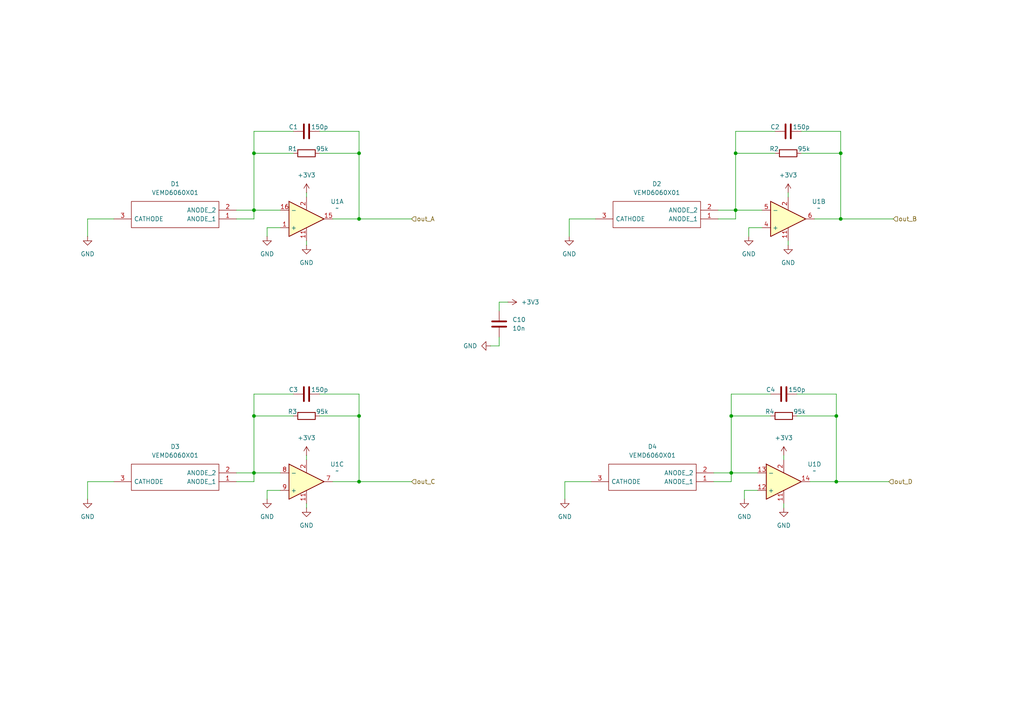
<source format=kicad_sch>
(kicad_sch (version 20231120) (generator "eeschema") (generator_version "8.0")
  (paper "A4")
  (title_block (company "SpaceLab UFSC"))
  (lib_symbols
    (symbol "Device:C" (pin_numbers hide) (pin_names (offset 0.254))
      (property "Reference" "C" (at 0.635 2.54 0))
      (property "Value" "C" (at 0.635 -2.54 0))
      (symbol "C_0_1"
        (polyline (pts (xy -2.032 -0.762) (xy 2.032 -0.762)) (stroke (width 0.508)))
        (polyline (pts (xy -2.032 0.762) (xy 2.032 0.762)) (stroke (width 0.508)))
      )
      (symbol "C_1_1"
        (pin passive line (at 0 3.81 270) (length 2.794) (name "~") (number "1"))
        (pin passive line (at 0 -3.81 90) (length 2.794) (name "~") (number "2"))
      )
    )
    (symbol "Device:R" (pin_numbers hide) (pin_names (offset 0))
      (property "Reference" "R" (at 2.032 0 90))
      (property "Value" "R" (at 0 0 90))
      (symbol "R_0_1"
        (rectangle (start -1.016 -2.54) (end 1.016 2.54) (stroke (width 0.254)))
      )
      (symbol "R_1_1"
        (pin passive line (at 0 3.81 270) (length 1.27) (name "~") (number "1"))
        (pin passive line (at 0 -3.81 90) (length 1.27) (name "~") (number "2"))
      )
    )
    (symbol "OA4MPA33Q:OA4MPA33Q"
      (property "Reference" "U" (at -2.032 2.286 0))
      (symbol "OA4MPA33Q_1_1"
        (polyline (pts (xy -2.54 0) (xy 7.62 -5.08) (xy -2.54 -10.16) (xy -2.54 0)) (stroke (width 0.254)) (fill (type background)))
        (pin input line (at -5.08 -7.62 0) (length 2.54) (name "+") (number "1"))
        (pin passive line (at 2.54 -11.43 90) (length 3.81) (name "~") (number "11"))
        (pin output line (at 10.16 -5.08 180) (length 2.54) (name "") (number "15"))
        (pin input line (at -5.08 -2.54 0) (length 2.54) (name "-") (number "16"))
        (pin passive line (at 2.54 1.27 270) (length 3.81) (name "~") (number "2"))
      )
      (symbol "OA4MPA33Q_2_1"
        (polyline (pts (xy -2.54 0) (xy 7.62 -5.08) (xy -2.54 -10.16) (xy -2.54 0)) (stroke (width 0.254)) (fill (type background)))
        (pin passive line (at 2.54 -11.43 90) (length 3.81) (name "~") (number "11"))
        (pin passive line (at 2.54 1.27 270) (length 3.81) (name "~") (number "2"))
        (pin input line (at -5.08 -7.62 0) (length 2.54) (name "+") (number "4"))
        (pin input line (at -5.08 -2.54 0) (length 2.54) (name "-") (number "5"))
        (pin output line (at 10.16 -5.08 180) (length 2.54) (name "") (number "6"))
      )
      (symbol "OA4MPA33Q_3_1"
        (polyline (pts (xy -2.54 0) (xy 7.62 -5.08) (xy -2.54 -10.16) (xy -2.54 0)) (stroke (width 0.254)) (fill (type background)))
        (pin passive line (at 2.54 -11.43 90) (length 3.81) (name "~") (number "11"))
        (pin passive line (at 2.54 1.27 270) (length 3.81) (name "~") (number "2"))
        (pin output line (at 10.16 -5.08 180) (length 2.54) (name "") (number "7"))
        (pin input line (at -5.08 -2.54 0) (length 2.54) (name "-") (number "8"))
        (pin input line (at -5.08 -7.62 0) (length 2.54) (name "+") (number "9"))
      )
      (symbol "OA4MPA33Q_4_1"
        (polyline (pts (xy -2.54 0) (xy 7.62 -5.08) (xy -2.54 -10.16) (xy -2.54 0)) (stroke (width 0.254)) (fill (type background)))
        (pin passive line (at 2.54 -11.43 90) (length 3.81) (name "~") (number "11"))
        (pin input line (at -5.08 -7.62 0) (length 2.54) (name "+") (number "12"))
        (pin input line (at -5.08 -2.54 0) (length 2.54) (name "-") (number "13"))
        (pin output line (at 10.16 -5.08 180) (length 2.54) (name "") (number "14"))
        (pin passive line (at 2.54 1.27 270) (length 3.81) (name "~") (number "2"))
      )
    )
    (symbol "VEMD6060X01:VEMD6060X01" (pin_names (offset 0.762))
      (property "Reference" "D" (at 5.08 7.112 0))
      (property "Value" "VEMD6060X01" (at 5.08 4.572 0))
      (symbol "VEMD6060X01_0_0"
        (pin passive line (at 0 0 0) (length 5.08) (name "ANODE_1") (number "1"))
        (pin passive line (at 0 -2.54 0) (length 5.08) (name "ANODE_2") (number "2"))
        (pin passive line (at 35.56 0 180) (length 5.08) (name "CATHODE") (number "3"))
      )
      (symbol "VEMD6060X01_0_1"
        (polyline (pts (xy 5.08 2.54) (xy 30.48 2.54) (xy 30.48 -5.08) (xy 5.08 -5.08) (xy 5.08 2.54)) (stroke (width 0.1524)))
      )
    )
    (symbol "power:+3V3" (power) (pin_numbers hide) (pin_names (offset 0) hide)
      (property "Value" "+3V3" (at 0 3.556 0))
      (symbol "+3V3_0_1"
        (polyline (pts (xy -0.762 1.27) (xy 0 2.54)))
        (polyline (pts (xy 0 0) (xy 0 2.54)))
        (polyline (pts (xy 0 2.54) (xy 0.762 1.27)))
      )
      (symbol "+3V3_1_1"
        (pin power_in line (at 0 0 90) (length 0) (name "~") (number "1"))
      )
    )
    (symbol "power:GND" (power) (pin_numbers hide) (pin_names (offset 0) hide)
      (property "Value" "GND" (at 0 -3.81 0))
      (symbol "GND_0_1"
        (polyline (pts (xy 0 0) (xy 0 -1.27) (xy 1.27 -1.27) (xy 0 -2.54) (xy -1.27 -1.27) (xy 0 -1.27)))
      )
      (symbol "GND_1_1"
        (pin power_in line (at 0 0 270) (length 0) (name "~") (number "1"))
      )
    )
  )
  (junction (at 213.36 44.45))
  (junction (at 73.66 137.16))
  (junction (at 212.09 120.65))
  (junction (at 73.66 120.65))
  (junction (at 73.66 44.45))
  (junction (at 243.84 44.45))
  (junction (at 243.84 63.5))
  (junction (at 212.09 137.16))
  (junction (at 104.14 120.65))
  (junction (at 242.57 120.65))
  (junction (at 73.66 60.96))
  (junction (at 104.14 44.45))
  (junction (at 104.14 139.7))
  (junction (at 242.57 139.7))
  (junction (at 213.36 60.96))
  (junction (at 104.14 63.5))
  (wire (pts (xy 88.9 146.05) (xy 88.9 147.32)))
  (wire (pts (xy 73.66 120.65) (xy 73.66 114.3)))
  (wire (pts (xy 232.41 38.1) (xy 243.84 38.1)))
  (wire (pts (xy 104.14 139.7) (xy 119.38 139.7)))
  (wire (pts (xy 144.78 97.79) (xy 144.78 100.33)))
  (wire (pts (xy 73.66 60.96) (xy 81.28 60.96)))
  (wire (pts (xy 215.9 144.78) (xy 215.9 142.24)))
  (wire (pts (xy 234.95 139.7) (xy 242.57 139.7)))
  (wire (pts (xy 228.6 69.85) (xy 228.6 71.12)))
  (wire (pts (xy 223.52 120.65) (xy 212.09 120.65)))
  (wire (pts (xy 231.14 114.3) (xy 242.57 114.3)))
  (wire (pts (xy 104.14 44.45) (xy 92.71 44.45)))
  (wire (pts (xy 25.4 144.78) (xy 25.4 139.7)))
  (wire (pts (xy 96.52 63.5) (xy 104.14 63.5)))
  (wire (pts (xy 73.66 38.1) (xy 85.09 38.1)))
  (wire (pts (xy 104.14 120.65) (xy 92.71 120.65)))
  (wire (pts (xy 217.17 68.58) (xy 217.17 66.04)))
  (wire (pts (xy 85.09 120.65) (xy 73.66 120.65)))
  (wire (pts (xy 212.09 139.7) (xy 212.09 137.16)))
  (wire (pts (xy 88.9 55.88) (xy 88.9 57.15)))
  (wire (pts (xy 163.83 139.7) (xy 171.45 139.7)))
  (wire (pts (xy 212.09 114.3) (xy 223.52 114.3)))
  (wire (pts (xy 25.4 68.58) (xy 25.4 63.5)))
  (wire (pts (xy 104.14 44.45) (xy 104.14 63.5)))
  (wire (pts (xy 242.57 139.7) (xy 257.81 139.7)))
  (wire (pts (xy 73.66 139.7) (xy 73.66 137.16)))
  (wire (pts (xy 68.58 139.7) (xy 73.66 139.7)))
  (wire (pts (xy 242.57 114.3) (xy 242.57 120.65)))
  (wire (pts (xy 73.66 114.3) (xy 85.09 114.3)))
  (wire (pts (xy 77.47 68.58) (xy 77.47 66.04)))
  (wire (pts (xy 208.28 63.5) (xy 213.36 63.5)))
  (wire (pts (xy 92.71 114.3) (xy 104.14 114.3)))
  (wire (pts (xy 243.84 44.45) (xy 232.41 44.45)))
  (wire (pts (xy 224.79 44.45) (xy 213.36 44.45)))
  (wire (pts (xy 228.6 55.88) (xy 228.6 57.15)))
  (wire (pts (xy 88.9 69.85) (xy 88.9 71.12)))
  (wire (pts (xy 243.84 63.5) (xy 259.08 63.5)))
  (wire (pts (xy 73.66 120.65) (xy 73.66 137.16)))
  (wire (pts (xy 165.1 68.58) (xy 165.1 63.5)))
  (wire (pts (xy 213.36 38.1) (xy 224.79 38.1)))
  (wire (pts (xy 242.57 120.65) (xy 231.14 120.65)))
  (wire (pts (xy 213.36 44.45) (xy 213.36 60.96)))
  (wire (pts (xy 104.14 38.1) (xy 104.14 44.45)))
  (wire (pts (xy 243.84 38.1) (xy 243.84 44.45)))
  (wire (pts (xy 85.09 44.45) (xy 73.66 44.45)))
  (wire (pts (xy 213.36 60.96) (xy 220.98 60.96)))
  (wire (pts (xy 213.36 63.5) (xy 213.36 60.96)))
  (wire (pts (xy 77.47 66.04) (xy 81.28 66.04)))
  (wire (pts (xy 213.36 44.45) (xy 213.36 38.1)))
  (wire (pts (xy 73.66 137.16) (xy 81.28 137.16)))
  (wire (pts (xy 77.47 144.78) (xy 77.47 142.24)))
  (wire (pts (xy 217.17 66.04) (xy 220.98 66.04)))
  (wire (pts (xy 77.47 142.24) (xy 81.28 142.24)))
  (wire (pts (xy 165.1 63.5) (xy 172.72 63.5)))
  (wire (pts (xy 212.09 120.65) (xy 212.09 137.16)))
  (wire (pts (xy 73.66 44.45) (xy 73.66 60.96)))
  (wire (pts (xy 207.01 139.7) (xy 212.09 139.7)))
  (wire (pts (xy 88.9 132.08) (xy 88.9 133.35)))
  (wire (pts (xy 73.66 44.45) (xy 73.66 38.1)))
  (wire (pts (xy 104.14 120.65) (xy 104.14 139.7)))
  (wire (pts (xy 227.33 146.05) (xy 227.33 147.32)))
  (wire (pts (xy 73.66 63.5) (xy 73.66 60.96)))
  (wire (pts (xy 68.58 60.96) (xy 73.66 60.96)))
  (wire (pts (xy 208.28 60.96) (xy 213.36 60.96)))
  (wire (pts (xy 68.58 137.16) (xy 73.66 137.16)))
  (wire (pts (xy 243.84 44.45) (xy 243.84 63.5)))
  (wire (pts (xy 96.52 139.7) (xy 104.14 139.7)))
  (wire (pts (xy 215.9 142.24) (xy 219.71 142.24)))
  (wire (pts (xy 104.14 63.5) (xy 119.38 63.5)))
  (wire (pts (xy 144.78 87.63) (xy 144.78 90.17)))
  (wire (pts (xy 92.71 38.1) (xy 104.14 38.1)))
  (wire (pts (xy 207.01 137.16) (xy 212.09 137.16)))
  (wire (pts (xy 104.14 114.3) (xy 104.14 120.65)))
  (wire (pts (xy 68.58 63.5) (xy 73.66 63.5)))
  (wire (pts (xy 144.78 87.63) (xy 147.32 87.63)))
  (wire (pts (xy 212.09 120.65) (xy 212.09 114.3)))
  (wire (pts (xy 242.57 120.65) (xy 242.57 139.7)))
  (wire (pts (xy 142.24 100.33) (xy 144.78 100.33)))
  (wire (pts (xy 212.09 137.16) (xy 219.71 137.16)))
  (wire (pts (xy 25.4 139.7) (xy 33.02 139.7)))
  (wire (pts (xy 227.33 132.08) (xy 227.33 133.35)))
  (wire (pts (xy 163.83 144.78) (xy 163.83 139.7)))
  (wire (pts (xy 236.22 63.5) (xy 243.84 63.5)))
  (wire (pts (xy 25.4 63.5) (xy 33.02 63.5)))
  (hierarchical_label "out_C" (shape input) (at 119.38 139.7 0))
  (hierarchical_label "out_D" (shape input) (at 257.81 139.7 0))
  (hierarchical_label "out_A" (shape input) (at 119.38 63.5 0))
  (hierarchical_label "out_B" (shape input) (at 259.08 63.5 0))
  (symbol (lib_id "Device:R") (at 228.6 44.45 90) (unit 1)
    (property "Reference" "R2" (at 224.536 43.18 90))
    (property "Value" "95k" (at 233.172 43.18 90))
    (property "Footprint" "Resistor_SMD:R_0603_1608Metric" (effects (hide yes)))
    (property "Description" "Resistor" (effects (hide yes)))
  )
  (symbol (lib_id "power:GND") (at 142.24 100.33 270) (unit 1)
    (property "Reference" "#PWR029" (effects (hide yes)))
    (property "Value" "GND" (at 138.43 100.3299 90) (effects (justify right)))
    (property "Description" "Power symbol creates a global label with name \"GND\" , ground" (effects (hide yes)))
  )
  (symbol (lib_id "OA4MPA33Q:OA4MPA33Q") (at 86.36 58.42 0) (unit 1)
    (property "Reference" "U1" (at 97.79 58.4514 0))
    (property "Value" "~" (at 97.79 60.3565 0))
    (property "Footprint" "OA4MPA33Q:QFN50P300X300X100-17N" (effects (hide yes)))
  )
  (symbol (lib_id "power:GND") (at 77.47 68.58 0) (unit 1)
    (property "Reference" "#PWR02" (effects (hide yes)))
    (property "Value" "GND" (at 77.47 73.66 0))
    (property "Description" "Power symbol creates a global label with name \"GND\" , ground" (effects (hide yes)))
  )
  (symbol (lib_id "VEMD6060X01:VEMD6060X01") (at 208.28 63.5 180) (unit 1)
    (property "Reference" "D2" (at 190.5 53.34 0))
    (property "Value" "VEMD6060X01" (at 190.5 55.88 0))
    (property "Footprint" "VEMD6060X01:VEMD6060X01" (effects (hide yes)))
    (property "Datasheet" "https://www.vishay.com/docs/84296/vemd6060x01.pdf" (effects (hide yes)))
    (property "Description" "Vishay, VEMD6060X01 IR Si PIN Photodiode, +/-70 , Surface Mount 1206" (effects (hide yes)))
    (property "Description_1" "Vishay, VEMD6060X01 IR Si PIN Photodiode, +/-70 , Surface Mount 1206" (effects (hide yes)))
    (property "Height" "1.2" (effects (hide yes)))
    (property "Mouser Part Number" "78-VEMD6060X01" (effects (hide yes)))
    (property "Mouser Price/Stock" "https://www.mouser.co.uk/ProductDetail/Vishay-Semiconductors/VEMD6060X01?qs=pdQl6rENvLSyllyJR2%252BhKA%3D%3D" (effects (hide yes)))
    (property "Manufacturer_Name" "Vishay" (effects (hide yes)))
    (property "Manufacturer_Part_Number" "VEMD6060X01" (effects (hide yes)))
  )
  (symbol (lib_id "power:GND") (at 228.6 71.12 0) (unit 1)
    (property "Reference" "#PWR09" (effects (hide yes)))
    (property "Value" "GND" (at 228.6 76.2 0))
    (property "Description" "Power symbol creates a global label with name \"GND\" , ground" (effects (hide yes)))
  )
  (symbol (lib_id "VEMD6060X01:VEMD6060X01") (at 68.58 139.7 180) (unit 1)
    (property "Reference" "D3" (at 50.8 129.54 0))
    (property "Value" "VEMD6060X01" (at 50.8 132.08 0))
    (property "Footprint" "VEMD6060X01:VEMD6060X01" (effects (hide yes)))
    (property "Datasheet" "https://www.vishay.com/docs/84296/vemd6060x01.pdf" (effects (hide yes)))
    (property "Description" "Vishay, VEMD6060X01 IR Si PIN Photodiode, +/-70 , Surface Mount 1206" (effects (hide yes)))
    (property "Description_1" "Vishay, VEMD6060X01 IR Si PIN Photodiode, +/-70 , Surface Mount 1206" (effects (hide yes)))
    (property "Height" "1.2" (effects (hide yes)))
    (property "Mouser Part Number" "78-VEMD6060X01" (effects (hide yes)))
    (property "Mouser Price/Stock" "https://www.mouser.co.uk/ProductDetail/Vishay-Semiconductors/VEMD6060X01?qs=pdQl6rENvLSyllyJR2%252BhKA%3D%3D" (effects (hide yes)))
    (property "Manufacturer_Name" "Vishay" (effects (hide yes)))
    (property "Manufacturer_Part_Number" "VEMD6060X01" (effects (hide yes)))
  )
  (symbol (lib_id "power:GND") (at 25.4 68.58 0) (unit 1)
    (property "Reference" "#PWR01" (effects (hide yes)))
    (property "Value" "GND" (at 25.4 73.66 0))
    (property "Description" "Power symbol creates a global label with name \"GND\" , ground" (effects (hide yes)))
  )
  (symbol (lib_id "OA4MPA33Q:OA4MPA33Q") (at 226.06 58.42 0) (unit 2)
    (property "Reference" "U1" (at 237.49 58.4514 0))
    (property "Value" "~" (at 237.49 60.3565 0))
    (property "Footprint" "OA4MPA33Q:QFN50P300X300X100-17N" (effects (hide yes)))
  )
  (symbol (lib_id "power:+3V3") (at 88.9 55.88 0) (unit 1)
    (property "Reference" "#PWR028" (effects (hide yes)))
    (property "Value" "+3V3" (at 88.9 50.8 0))
    (property "Description" "Power symbol creates a global label with name \"+3V3\"" (effects (hide yes)))
  )
  (symbol (lib_id "VEMD6060X01:VEMD6060X01") (at 207.01 139.7 180) (unit 1)
    (property "Reference" "D4" (at 189.23 129.54 0))
    (property "Value" "VEMD6060X01" (at 189.23 132.08 0))
    (property "Footprint" "VEMD6060X01:VEMD6060X01" (effects (hide yes)))
    (property "Datasheet" "https://www.vishay.com/docs/84296/vemd6060x01.pdf" (effects (hide yes)))
    (property "Description" "Vishay, VEMD6060X01 IR Si PIN Photodiode, +/-70 , Surface Mount 1206" (effects (hide yes)))
    (property "Description_1" "Vishay, VEMD6060X01 IR Si PIN Photodiode, +/-70 , Surface Mount 1206" (effects (hide yes)))
    (property "Height" "1.2" (effects (hide yes)))
    (property "Mouser Part Number" "78-VEMD6060X01" (effects (hide yes)))
    (property "Mouser Price/Stock" "https://www.mouser.co.uk/ProductDetail/Vishay-Semiconductors/VEMD6060X01?qs=pdQl6rENvLSyllyJR2%252BhKA%3D%3D" (effects (hide yes)))
    (property "Manufacturer_Name" "Vishay" (effects (hide yes)))
    (property "Manufacturer_Part_Number" "VEMD6060X01" (effects (hide yes)))
  )
  (symbol (lib_id "Device:C") (at 88.9 38.1 90) (unit 1)
    (property "Reference" "C1" (at 85.09 36.83 90))
    (property "Value" "150p" (at 92.71 36.83 90))
    (property "Footprint" "Capacitor_SMD:C_0603_1608Metric" (effects (hide yes)))
    (property "Description" "Unpolarized capacitor" (effects (hide yes)))
  )
  (symbol (lib_id "OA4MPA33Q:OA4MPA33Q") (at 86.36 134.62 0) (unit 3)
    (property "Reference" "U1" (at 97.79 134.6514 0))
    (property "Value" "~" (at 97.79 136.5565 0))
    (property "Footprint" "OA4MPA33Q:QFN50P300X300X100-17N" (effects (hide yes)))
  )
  (symbol (lib_id "Device:R") (at 88.9 44.45 90) (unit 1)
    (property "Reference" "R1" (at 84.836 43.18 90))
    (property "Value" "95k" (at 93.472 43.18 90))
    (property "Footprint" "Resistor_SMD:R_0603_1608Metric" (effects (hide yes)))
    (property "Description" "Resistor" (effects (hide yes)))
  )
  (symbol (lib_id "power:GND") (at 165.1 68.58 0) (unit 1)
    (property "Reference" "#PWR05" (effects (hide yes)))
    (property "Value" "GND" (at 165.1 73.66 0))
    (property "Description" "Power symbol creates a global label with name \"GND\" , ground" (effects (hide yes)))
  )
  (symbol (lib_id "power:GND") (at 227.33 147.32 0) (unit 1)
    (property "Reference" "#PWR016" (effects (hide yes)))
    (property "Value" "GND" (at 227.33 152.4 0))
    (property "Description" "Power symbol creates a global label with name \"GND\" , ground" (effects (hide yes)))
  )
  (symbol (lib_id "Device:C") (at 227.33 114.3 90) (unit 1)
    (property "Reference" "C4" (at 223.52 113.03 90))
    (property "Value" "150p" (at 231.14 113.03 90))
    (property "Footprint" "Capacitor_SMD:C_0603_1608Metric" (effects (hide yes)))
    (property "Description" "Unpolarized capacitor" (effects (hide yes)))
  )
  (symbol (lib_id "power:GND") (at 88.9 71.12 0) (unit 1)
    (property "Reference" "#PWR04" (effects (hide yes)))
    (property "Value" "GND" (at 88.9 76.2 0))
    (property "Description" "Power symbol creates a global label with name \"GND\" , ground" (effects (hide yes)))
  )
  (symbol (lib_id "power:+3V3") (at 228.6 55.88 0) (unit 1)
    (property "Reference" "#PWR012" (effects (hide yes)))
    (property "Value" "+3V3" (at 228.6 50.8 0))
    (property "Description" "Power symbol creates a global label with name \"+3V3\"" (effects (hide yes)))
  )
  (symbol (lib_id "VEMD6060X01:VEMD6060X01") (at 68.58 63.5 180) (unit 1)
    (property "Reference" "D1" (at 50.8 53.34 0))
    (property "Value" "VEMD6060X01" (at 50.8 55.88 0))
    (property "Footprint" "VEMD6060X01:VEMD6060X01" (effects (hide yes)))
    (property "Datasheet" "https://www.vishay.com/docs/84296/vemd6060x01.pdf" (effects (hide yes)))
    (property "Description" "Vishay, VEMD6060X01 IR Si PIN Photodiode, +/-70 , Surface Mount 1206" (effects (hide yes)))
    (property "Description_1" "Vishay, VEMD6060X01 IR Si PIN Photodiode, +/-70 , Surface Mount 1206" (effects (hide yes)))
    (property "Height" "1.2" (effects (hide yes)))
    (property "Mouser Part Number" "78-VEMD6060X01" (effects (hide yes)))
    (property "Mouser Price/Stock" "https://www.mouser.co.uk/ProductDetail/Vishay-Semiconductors/VEMD6060X01?qs=pdQl6rENvLSyllyJR2%252BhKA%3D%3D" (effects (hide yes)))
    (property "Manufacturer_Name" "Vishay" (effects (hide yes)))
    (property "Manufacturer_Part_Number" "VEMD6060X01" (effects (hide yes)))
  )
  (symbol (lib_id "power:+3V3") (at 227.33 132.08 0) (unit 1)
    (property "Reference" "#PWR08" (effects (hide yes)))
    (property "Value" "+3V3" (at 227.33 127 0))
    (property "Description" "Power symbol creates a global label with name \"+3V3\"" (effects (hide yes)))
  )
  (symbol (lib_id "power:GND") (at 217.17 68.58 0) (unit 1)
    (property "Reference" "#PWR07" (effects (hide yes)))
    (property "Value" "GND" (at 217.17 73.66 0))
    (property "Description" "Power symbol creates a global label with name \"GND\" , ground" (effects (hide yes)))
  )
  (symbol (lib_id "Device:C") (at 88.9 114.3 90) (unit 1)
    (property "Reference" "C3" (at 85.09 113.03 90))
    (property "Value" "150p" (at 92.71 113.03 90))
    (property "Footprint" "Capacitor_SMD:C_0603_1608Metric" (effects (hide yes)))
    (property "Description" "Unpolarized capacitor" (effects (hide yes)))
  )
  (symbol (lib_id "power:+3V3") (at 147.32 87.63 270) (unit 1)
    (property "Reference" "#PWR022" (effects (hide yes)))
    (property "Value" "+3V3" (at 151.13 87.6299 90) (effects (justify left)))
    (property "Description" "Power symbol creates a global label with name \"+3V3\"" (effects (hide yes)))
  )
  (symbol (lib_id "power:GND") (at 163.83 144.78 0) (unit 1)
    (property "Reference" "#PWR011" (effects (hide yes)))
    (property "Value" "GND" (at 163.83 149.86 0))
    (property "Description" "Power symbol creates a global label with name \"GND\" , ground" (effects (hide yes)))
  )
  (symbol (lib_id "OA4MPA33Q:OA4MPA33Q") (at 224.79 134.62 0) (unit 4)
    (property "Reference" "U1" (at 236.22 134.6514 0))
    (property "Value" "~" (at 236.22 136.5565 0))
    (property "Footprint" "OA4MPA33Q:QFN50P300X300X100-17N" (effects (hide yes)))
  )
  (symbol (lib_id "Device:C") (at 144.78 93.98 0) (unit 1)
    (property "Reference" "C10" (at 148.59 92.7099 0) (effects (justify left)))
    (property "Value" "10n" (at 148.59 95.2499 0) (effects (justify left)))
    (property "Footprint" "Capacitor_SMD:C_0603_1608Metric" (effects (hide yes)))
    (property "Description" "Unpolarized capacitor" (effects (hide yes)))
  )
  (symbol (lib_id "power:GND") (at 25.4 144.78 0) (unit 1)
    (property "Reference" "#PWR06" (effects (hide yes)))
    (property "Value" "GND" (at 25.4 149.86 0))
    (property "Description" "Power symbol creates a global label with name \"GND\" , ground" (effects (hide yes)))
  )
  (symbol (lib_id "Device:R") (at 88.9 120.65 90) (unit 1)
    (property "Reference" "R3" (at 84.836 119.38 90))
    (property "Value" "95k" (at 93.472 119.38 90))
    (property "Footprint" "Resistor_SMD:R_0603_1608Metric" (effects (hide yes)))
    (property "Description" "Resistor" (effects (hide yes)))
  )
  (symbol (lib_id "power:GND") (at 77.47 144.78 0) (unit 1)
    (property "Reference" "#PWR010" (effects (hide yes)))
    (property "Value" "GND" (at 77.47 149.86 0))
    (property "Description" "Power symbol creates a global label with name \"GND\" , ground" (effects (hide yes)))
  )
  (symbol (lib_id "power:GND") (at 88.9 147.32 0) (unit 1)
    (property "Reference" "#PWR013" (effects (hide yes)))
    (property "Value" "GND" (at 88.9 152.4 0))
    (property "Description" "Power symbol creates a global label with name \"GND\" , ground" (effects (hide yes)))
  )
  (symbol (lib_id "Device:R") (at 227.33 120.65 90) (unit 1)
    (property "Reference" "R4" (at 223.266 119.38 90))
    (property "Value" "95k" (at 231.902 119.38 90))
    (property "Footprint" "Resistor_SMD:R_0603_1608Metric" (effects (hide yes)))
    (property "Description" "Resistor" (effects (hide yes)))
  )
  (symbol (lib_id "Device:C") (at 228.6 38.1 90) (unit 1)
    (property "Reference" "C2" (at 224.79 36.83 90))
    (property "Value" "150p" (at 232.41 36.83 90))
    (property "Footprint" "Capacitor_SMD:C_0603_1608Metric" (effects (hide yes)))
    (property "Description" "Unpolarized capacitor" (effects (hide yes)))
  )
  (symbol (lib_id "power:GND") (at 215.9 144.78 0) (unit 1)
    (property "Reference" "#PWR014" (effects (hide yes)))
    (property "Value" "GND" (at 215.9 149.86 0))
    (property "Description" "Power symbol creates a global label with name \"GND\" , ground" (effects (hide yes)))
  )
  (symbol (lib_id "power:+3V3") (at 88.9 132.08 0) (unit 1)
    (property "Reference" "#PWR03" (effects (hide yes)))
    (property "Value" "+3V3" (at 88.9 127 0))
    (property "Description" "Power symbol creates a global label with name \"+3V3\"" (effects (hide yes)))
  )
)
</source>
